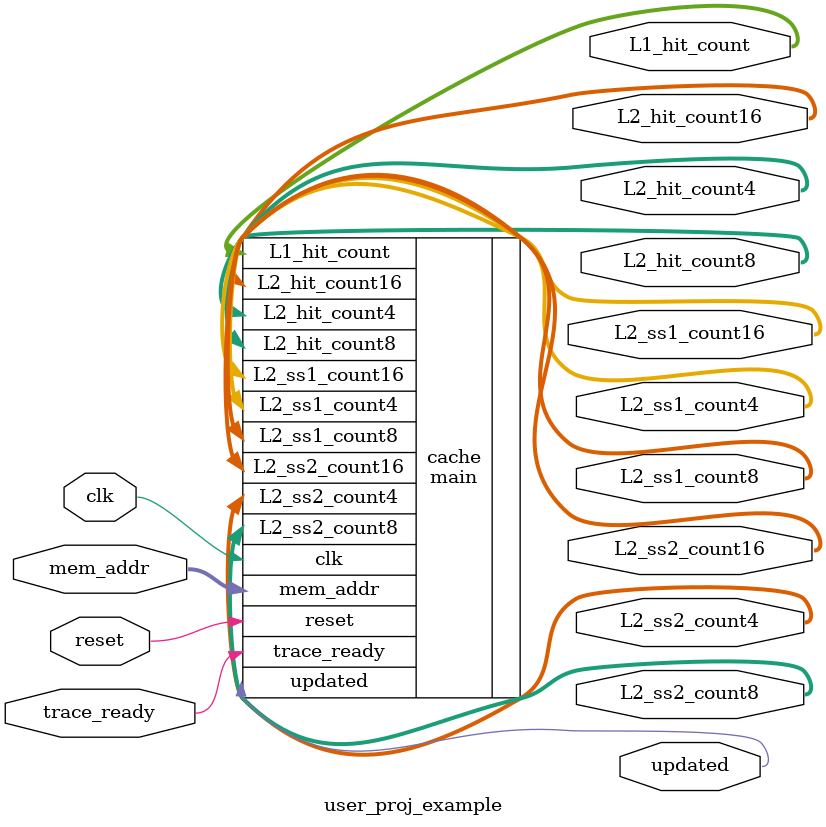
<source format=v>

`default_nettype none
/*
 *-------------------------------------------------------------
 *
 * user_proj_example
 *
 * This is an example of a (trivially simple) user project,
 * showing how the user project can connect to the logic
 * analyzer, the wishbone bus, and the I/O pads.
 *
 * This project generates an integer count, which is output
 * on the user area GPIO pads (digital output only).  The
 * wishbone connection allows the project to be controlled
 * (start and stop) from the management SoC program.
 *
 * See the testbenches in directory "mprj_counter" for the
 * example programs that drive this user project.  The three
 * testbenches are "io_ports", "la_test1", and "la_test2".
 *
 *-------------------------------------------------------------
 */

module user_proj_example (
`ifdef USE_POWER_PINS
    inout vccd1,	// User area 1 1.8V supply
    inout vssd1,	// User area 1 digital ground
`endif	
    
        input clk,reset,trace_ready,
	input [31:0] mem_addr, 
        output [19:0] L1_hit_count,L2_hit_count4,L2_hit_count8,L2_hit_count16,L2_ss1_count4,L2_ss1_count8,L2_ss1_count16,L2_ss2_count4,L2_ss2_count8,L2_ss2_count16,
	output updated
);   
    	main cache (
	    .clk(clk), 
	    .reset(reset),
	    .trace_ready(trace_ready),
	    .mem_addr(mem_addr),
	    .updated(updated),
	    .L1_hit_count(L1_hit_count),
	    .L2_hit_count4(L2_hit_count4),
	    .L2_hit_count8(L2_hit_count8),
	    .L2_hit_count16(L2_hit_count16),
	    .L2_ss1_count4(L2_ss1_count4),
	    .L2_ss1_count8(L2_ss1_count8),
	    .L2_ss1_count16(L2_ss1_count16),
	    .L2_ss2_count4(L2_ss2_count4),
	    .L2_ss2_count8(L2_ss2_count8),
	    .L2_ss2_count16(L2_ss2_count16)
    	);

endmodule

`default_nettype wire

</source>
